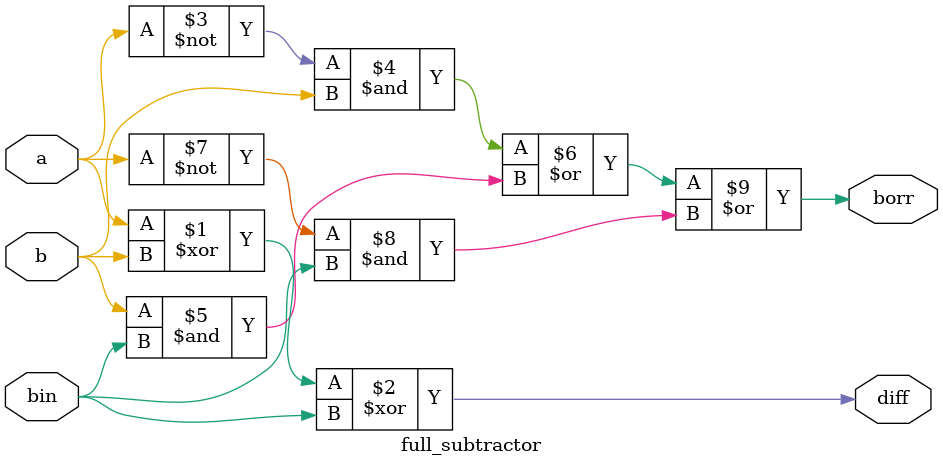
<source format=v>
`timescale 1ns / 1ps

module full_subtractor(
                       input a,
                       input b,
                       input bin,
                       output diff,
                       output borr);
                       
   assign diff=a^b^bin;
   assign borr=((~a&b)| (b&bin) |(~a&bin));
                                                   
endmodule

</source>
